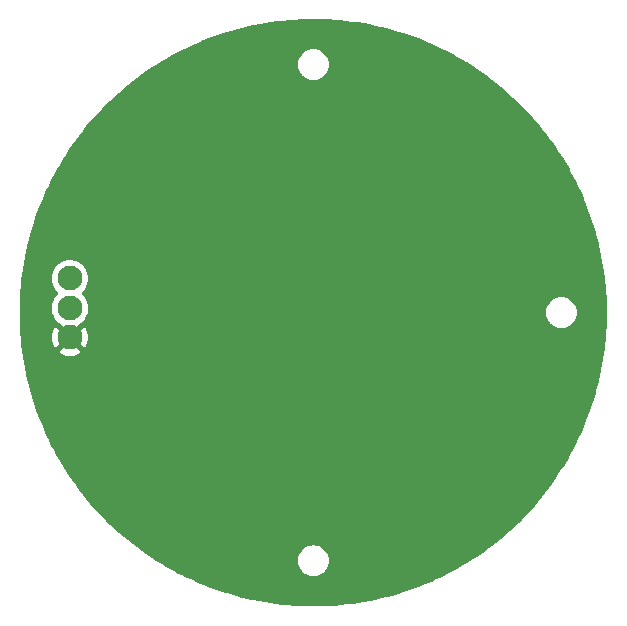
<source format=gbr>
%TF.GenerationSoftware,KiCad,Pcbnew,7.0.5*%
%TF.CreationDate,2023-10-17T21:25:03+03:00*%
%TF.ProjectId,Light,4c696768-742e-46b6-9963-61645f706362,rev?*%
%TF.SameCoordinates,Original*%
%TF.FileFunction,Copper,L2,Bot*%
%TF.FilePolarity,Positive*%
%FSLAX46Y46*%
G04 Gerber Fmt 4.6, Leading zero omitted, Abs format (unit mm)*
G04 Created by KiCad (PCBNEW 7.0.5) date 2023-10-17 21:25:03*
%MOMM*%
%LPD*%
G01*
G04 APERTURE LIST*
%TA.AperFunction,ComponentPad*%
%ADD10C,2.100000*%
%TD*%
%TA.AperFunction,ViaPad*%
%ADD11C,0.800000*%
%TD*%
G04 APERTURE END LIST*
D10*
%TO.P,J1,1*%
%TO.N,GND*%
X79400000Y-102100000D03*
%TO.P,J1,2*%
%TO.N,Net-(D1-DIN)*%
X79400000Y-99600000D03*
%TO.P,J1,3*%
%TO.N,/Vcc*%
X79400000Y-97100000D03*
%TD*%
D11*
%TO.N,GND*%
X107700000Y-87900000D03*
X85600000Y-107100000D03*
X83800000Y-87900000D03*
X104400000Y-101600000D03*
X95800000Y-87900000D03*
X95700000Y-108900000D03*
X92200000Y-101600000D03*
X116300000Y-101600000D03*
X107900000Y-108900000D03*
%TD*%
%TA.AperFunction,Conductor*%
%TO.N,GND*%
G36*
X100388672Y-75135783D02*
G01*
X100822551Y-75148810D01*
X101378144Y-75170915D01*
X101379802Y-75171007D01*
X101811830Y-75201313D01*
X102367129Y-75245571D01*
X102368917Y-75245741D01*
X102798212Y-75293179D01*
X103352467Y-75359618D01*
X103354169Y-75359848D01*
X103780043Y-75424246D01*
X104332393Y-75512856D01*
X104334122Y-75513161D01*
X104755772Y-75594294D01*
X105305423Y-75705047D01*
X105307254Y-75705446D01*
X105723952Y-75803065D01*
X106270048Y-75935895D01*
X106271898Y-75936376D01*
X106682912Y-76050188D01*
X107224733Y-76205034D01*
X107226538Y-76205582D01*
X107631179Y-76335270D01*
X108167857Y-76512010D01*
X108169734Y-76512662D01*
X108567279Y-76657857D01*
X108670767Y-76696562D01*
X109098110Y-76856393D01*
X109099831Y-76857068D01*
X109489690Y-77017412D01*
X110013759Y-77237547D01*
X110015571Y-77238343D01*
X110396780Y-77413273D01*
X110908156Y-77652420D01*
X110913549Y-77654942D01*
X110915341Y-77655815D01*
X111287364Y-77844901D01*
X111795973Y-78107884D01*
X111797778Y-78108855D01*
X112159976Y-78311577D01*
X112659673Y-78595678D01*
X112661398Y-78596697D01*
X112949268Y-78773302D01*
X113013166Y-78812503D01*
X113503174Y-79117491D01*
X113504922Y-79118620D01*
X113845469Y-79346782D01*
X114325274Y-79672579D01*
X114326988Y-79673786D01*
X114655722Y-79913632D01*
X115124540Y-80259978D01*
X115126170Y-80261225D01*
X115442620Y-80512109D01*
X115899763Y-80878797D01*
X115901326Y-80880095D01*
X116204889Y-81141206D01*
X116649693Y-81528041D01*
X116651255Y-81529448D01*
X116941355Y-81799912D01*
X117373125Y-82206665D01*
X117374600Y-82208104D01*
X117650643Y-82486922D01*
X118068896Y-82913575D01*
X118070391Y-82915155D01*
X118207955Y-83065698D01*
X118331880Y-83201316D01*
X118580510Y-83475980D01*
X118735969Y-83647718D01*
X118737410Y-83649368D01*
X118983803Y-83941685D01*
X119373248Y-84407895D01*
X119374573Y-84409540D01*
X119605413Y-84706768D01*
X119979673Y-85192843D01*
X119980983Y-85194609D01*
X120075005Y-85326222D01*
X120195901Y-85495454D01*
X120554300Y-86001330D01*
X120555561Y-86003180D01*
X120754113Y-86306039D01*
X120969168Y-86636715D01*
X121096259Y-86832134D01*
X121097453Y-86834045D01*
X121279050Y-87136807D01*
X121278965Y-87136857D01*
X121279268Y-87137171D01*
X121604661Y-87683900D01*
X121605767Y-87685839D01*
X121691009Y-87841779D01*
X121770450Y-87987108D01*
X122078670Y-88555227D01*
X122079722Y-88557255D01*
X122226774Y-88853887D01*
X122226685Y-88853930D01*
X122226935Y-88854210D01*
X122517591Y-89444834D01*
X122518568Y-89446917D01*
X122647973Y-89736527D01*
X122795978Y-90070142D01*
X122920652Y-90351167D01*
X122921552Y-90353301D01*
X123032747Y-90631543D01*
X123032741Y-90631545D01*
X123032859Y-90631820D01*
X123287273Y-91272909D01*
X123288092Y-91275092D01*
X123381076Y-91537807D01*
X123616829Y-92208496D01*
X123617565Y-92210724D01*
X123691910Y-92450927D01*
X123691945Y-92451164D01*
X123691980Y-92451154D01*
X123908831Y-93156540D01*
X123909482Y-93158812D01*
X123965089Y-93367735D01*
X124162783Y-94115441D01*
X124163340Y-94117722D01*
X124200040Y-94281759D01*
X124200059Y-94281933D01*
X124200078Y-94281929D01*
X124378290Y-95083692D01*
X124378764Y-95086040D01*
X124396434Y-95183097D01*
X124554975Y-96059562D01*
X124555366Y-96061997D01*
X124692220Y-97038891D01*
X124692513Y-97041339D01*
X124790424Y-98022934D01*
X124790618Y-98025377D01*
X124849426Y-99010083D01*
X124849522Y-99012497D01*
X124856367Y-99356698D01*
X124869135Y-99998768D01*
X124869135Y-100001230D01*
X124863073Y-100306089D01*
X124849557Y-100985777D01*
X124849523Y-100987477D01*
X124849425Y-100989918D01*
X124794234Y-101914085D01*
X124790620Y-101974607D01*
X124790424Y-101977065D01*
X124692513Y-102958660D01*
X124692220Y-102961108D01*
X124555366Y-103938002D01*
X124554975Y-103940437D01*
X124396434Y-104816902D01*
X124378764Y-104913959D01*
X124378290Y-104916306D01*
X124200097Y-105717986D01*
X124163340Y-105882276D01*
X124162776Y-105884587D01*
X123965089Y-106632264D01*
X123909482Y-106841186D01*
X123908831Y-106843458D01*
X123691945Y-107548958D01*
X123617565Y-107789273D01*
X123616829Y-107791502D01*
X123381076Y-108462192D01*
X123288092Y-108724906D01*
X123287273Y-108727089D01*
X123032818Y-109368282D01*
X122921552Y-109646697D01*
X122920652Y-109648831D01*
X122736918Y-110062984D01*
X122647887Y-110263667D01*
X122518568Y-110553081D01*
X122517590Y-110555164D01*
X122226871Y-111145916D01*
X122079722Y-111442743D01*
X122078670Y-111444771D01*
X121770450Y-112012890D01*
X121605786Y-112314127D01*
X121604661Y-112316098D01*
X121279201Y-112862939D01*
X121097453Y-113165953D01*
X121096259Y-113167864D01*
X120754183Y-113693852D01*
X120555561Y-113996818D01*
X120554300Y-113998668D01*
X120195901Y-114504544D01*
X119980997Y-114805370D01*
X119979673Y-114807155D01*
X119605472Y-115293155D01*
X119374599Y-115590426D01*
X119373215Y-115592144D01*
X118983803Y-116058313D01*
X118737410Y-116350630D01*
X118735969Y-116352280D01*
X118331858Y-116798707D01*
X118070391Y-117084843D01*
X118068896Y-117086423D01*
X117650643Y-117513076D01*
X117374634Y-117791861D01*
X117373088Y-117793369D01*
X116941355Y-118200086D01*
X116651255Y-118470550D01*
X116649662Y-118471985D01*
X116204879Y-118858801D01*
X115901378Y-119119860D01*
X115899741Y-119121219D01*
X115442640Y-119487874D01*
X115126196Y-119738753D01*
X115124518Y-119740037D01*
X114655743Y-120086351D01*
X114326988Y-120326212D01*
X114325274Y-120327419D01*
X113845469Y-120653216D01*
X113504922Y-120881378D01*
X113503174Y-120882507D01*
X113013166Y-121187495D01*
X112661437Y-121403278D01*
X112659659Y-121404328D01*
X112159976Y-121688421D01*
X111797778Y-121891143D01*
X111795973Y-121892114D01*
X111287391Y-122155083D01*
X110915377Y-122344165D01*
X110913549Y-122345056D01*
X110396842Y-122586696D01*
X110015607Y-122761639D01*
X110013759Y-122762451D01*
X109489595Y-122982626D01*
X109099911Y-123142898D01*
X109098047Y-123143630D01*
X108567279Y-123342141D01*
X108169734Y-123487336D01*
X108167857Y-123487988D01*
X107631115Y-123664749D01*
X107226590Y-123794400D01*
X107224704Y-123794972D01*
X106682848Y-123949828D01*
X106271920Y-124063616D01*
X106270028Y-124064108D01*
X105723911Y-124196943D01*
X105307292Y-124294543D01*
X105305397Y-124294956D01*
X104755808Y-124405697D01*
X104672859Y-124421659D01*
X104334233Y-124486817D01*
X104332338Y-124487151D01*
X103779999Y-124575759D01*
X103354280Y-124640134D01*
X103352390Y-124640390D01*
X102798190Y-124706822D01*
X102368963Y-124754252D01*
X102367079Y-124754431D01*
X101811891Y-124798681D01*
X101379912Y-124828985D01*
X101378038Y-124829088D01*
X100822578Y-124851187D01*
X100408678Y-124863615D01*
X100388672Y-124864216D01*
X100386816Y-124864244D01*
X99831960Y-124864244D01*
X99396813Y-124859890D01*
X99394968Y-124859844D01*
X98841532Y-124837824D01*
X98405904Y-124816013D01*
X98404078Y-124815895D01*
X97852890Y-124771963D01*
X97417581Y-124732659D01*
X97415777Y-124732470D01*
X96867505Y-124666749D01*
X96433363Y-124609961D01*
X96431583Y-124609702D01*
X95887090Y-124522352D01*
X95454810Y-124448110D01*
X95453057Y-124447783D01*
X94913234Y-124339011D01*
X94695785Y-124292639D01*
X94483502Y-124247369D01*
X94481779Y-124246976D01*
X93947327Y-124116977D01*
X93674581Y-124047297D01*
X93520973Y-124008054D01*
X93519312Y-124007604D01*
X92991057Y-123856634D01*
X92673969Y-123761961D01*
X92568738Y-123730541D01*
X92567102Y-123730028D01*
X92045958Y-123558402D01*
X91628359Y-123415287D01*
X91626740Y-123414707D01*
X91113355Y-123222696D01*
X90701284Y-123062780D01*
X90699704Y-123062142D01*
X90194965Y-122850126D01*
X89788970Y-122673568D01*
X89787457Y-122672886D01*
X89603154Y-122586696D01*
X89292058Y-122441210D01*
X88892983Y-122248323D01*
X88891487Y-122247575D01*
X88412762Y-122000045D01*
X88406110Y-121996605D01*
X88396071Y-121991247D01*
X88014607Y-121787657D01*
X88013181Y-121786871D01*
X87538538Y-121517013D01*
X87155378Y-121292375D01*
X87153974Y-121291527D01*
X86690815Y-121003250D01*
X86685749Y-121000001D01*
X98694532Y-121000001D01*
X98714364Y-121226686D01*
X98714366Y-121226697D01*
X98773258Y-121446488D01*
X98773261Y-121446497D01*
X98869431Y-121652732D01*
X98869432Y-121652734D01*
X98999954Y-121839141D01*
X99160858Y-122000045D01*
X99160861Y-122000047D01*
X99347266Y-122130568D01*
X99553504Y-122226739D01*
X99773308Y-122285635D01*
X99943214Y-122300499D01*
X99943215Y-122300500D01*
X100056784Y-122300500D01*
X100056785Y-122300500D01*
X100056785Y-122300499D01*
X100226692Y-122285635D01*
X100446496Y-122226739D01*
X100652734Y-122130568D01*
X100839139Y-122000047D01*
X101000047Y-121839139D01*
X101130568Y-121652734D01*
X101226739Y-121446496D01*
X101285635Y-121226692D01*
X101305468Y-121000000D01*
X101285635Y-120773308D01*
X101226739Y-120553504D01*
X101130568Y-120347266D01*
X101028144Y-120200988D01*
X101000045Y-120160858D01*
X100839141Y-119999954D01*
X100652734Y-119869432D01*
X100652732Y-119869431D01*
X100446497Y-119773261D01*
X100446488Y-119773258D01*
X100226697Y-119714366D01*
X100226687Y-119714364D01*
X100056785Y-119699500D01*
X100056784Y-119699500D01*
X99943216Y-119699500D01*
X99943215Y-119699500D01*
X99773312Y-119714364D01*
X99773302Y-119714366D01*
X99553511Y-119773258D01*
X99553502Y-119773261D01*
X99347267Y-119869431D01*
X99347265Y-119869432D01*
X99160858Y-119999954D01*
X98999954Y-120160858D01*
X98869432Y-120347265D01*
X98869431Y-120347267D01*
X98773261Y-120553502D01*
X98773258Y-120553511D01*
X98714366Y-120773302D01*
X98714364Y-120773313D01*
X98694532Y-120999998D01*
X98694532Y-121000001D01*
X86685749Y-121000001D01*
X86316552Y-120763207D01*
X86315196Y-120762311D01*
X85864165Y-120456053D01*
X85499464Y-120200988D01*
X85498157Y-120200049D01*
X85060112Y-119876436D01*
X84705461Y-119606645D01*
X84704205Y-119605664D01*
X84279622Y-119265093D01*
X83935819Y-118981137D01*
X83934615Y-118980117D01*
X83524173Y-118623164D01*
X83191727Y-118325432D01*
X83190576Y-118324375D01*
X82794875Y-117951601D01*
X82474292Y-117640498D01*
X82473319Y-117639530D01*
X82092932Y-117251503D01*
X81934407Y-117084843D01*
X81784894Y-116927656D01*
X81783852Y-116926534D01*
X81419426Y-116523949D01*
X81124414Y-116187834D01*
X81123428Y-116186683D01*
X81016195Y-116058313D01*
X80775445Y-115770108D01*
X80493960Y-115422265D01*
X80493031Y-115421088D01*
X80162043Y-114991213D01*
X79894512Y-114632133D01*
X79893640Y-114630933D01*
X79580165Y-114188467D01*
X79327032Y-113818703D01*
X79326299Y-113817605D01*
X79030743Y-113363149D01*
X78792463Y-112983325D01*
X78791777Y-112982202D01*
X78514660Y-112516584D01*
X78291699Y-112127414D01*
X78291006Y-112126171D01*
X78229548Y-112012890D01*
X78032694Y-111650043D01*
X77825398Y-111252101D01*
X77824799Y-111250917D01*
X77585694Y-110765047D01*
X77394349Y-110358841D01*
X77393865Y-110357781D01*
X77174282Y-109862824D01*
X76999350Y-109449302D01*
X76998831Y-109448035D01*
X76799201Y-108944997D01*
X76640886Y-108524627D01*
X76640428Y-108523369D01*
X76461011Y-108012952D01*
X76319582Y-107586410D01*
X76319182Y-107585154D01*
X76305118Y-107539407D01*
X76160206Y-107068029D01*
X76035920Y-106636040D01*
X76035643Y-106635036D01*
X75897342Y-106111964D01*
X75790429Y-105675309D01*
X75790159Y-105674154D01*
X75672794Y-105146136D01*
X75583417Y-104705451D01*
X75583200Y-104704322D01*
X75486925Y-104172082D01*
X75415246Y-103728146D01*
X75415076Y-103727019D01*
X75340045Y-103191425D01*
X75286171Y-102744856D01*
X75286045Y-102743708D01*
X75276698Y-102650000D01*
X75232381Y-102205709D01*
X75196409Y-101757244D01*
X75196337Y-101756206D01*
X75164097Y-101216369D01*
X75146100Y-100766875D01*
X75146069Y-100765843D01*
X75135319Y-100225228D01*
X75135319Y-99774771D01*
X75138795Y-99600000D01*
X77844706Y-99600000D01*
X77863853Y-99843297D01*
X77863853Y-99843300D01*
X77863854Y-99843302D01*
X77901474Y-100000000D01*
X77920830Y-100080619D01*
X78014222Y-100306089D01*
X78141737Y-100514173D01*
X78141738Y-100514176D01*
X78141741Y-100514179D01*
X78300241Y-100699759D01*
X78377458Y-100765708D01*
X78485818Y-100858257D01*
X78485823Y-100858260D01*
X78540435Y-100891727D01*
X78563326Y-100909773D01*
X79228431Y-101574878D01*
X79111542Y-101625651D01*
X78994261Y-101721066D01*
X78907072Y-101844585D01*
X78876645Y-101930196D01*
X78138504Y-101192056D01*
X78014668Y-101394141D01*
X78014665Y-101394146D01*
X77921303Y-101619542D01*
X77864348Y-101856780D01*
X77845207Y-102100000D01*
X77864348Y-102343219D01*
X77921303Y-102580457D01*
X78014668Y-102805861D01*
X78138504Y-103007942D01*
X78874070Y-102272375D01*
X78876884Y-102285915D01*
X78946442Y-102420156D01*
X79049638Y-102530652D01*
X79178819Y-102609209D01*
X79230002Y-102623549D01*
X78492056Y-103361494D01*
X78694138Y-103485331D01*
X78919542Y-103578696D01*
X79156780Y-103635651D01*
X79156779Y-103635651D01*
X79400000Y-103654792D01*
X79643219Y-103635651D01*
X79880457Y-103578696D01*
X80105861Y-103485331D01*
X80307942Y-103361494D01*
X79571568Y-102625121D01*
X79688458Y-102574349D01*
X79805739Y-102478934D01*
X79892928Y-102355415D01*
X79923354Y-102269802D01*
X80661494Y-103007942D01*
X80785331Y-102805861D01*
X80878696Y-102580457D01*
X80935651Y-102343219D01*
X80954792Y-102100000D01*
X80935651Y-101856780D01*
X80878696Y-101619542D01*
X80785331Y-101394138D01*
X80661494Y-101192056D01*
X79925929Y-101927622D01*
X79923116Y-101914085D01*
X79853558Y-101779844D01*
X79750362Y-101669348D01*
X79621181Y-101590791D01*
X79569997Y-101576450D01*
X80236673Y-100909772D01*
X80259560Y-100891729D01*
X80314179Y-100858259D01*
X80499759Y-100699759D01*
X80658259Y-100514179D01*
X80785777Y-100306089D01*
X80879172Y-100080612D01*
X80898525Y-100000001D01*
X119694532Y-100000001D01*
X119714364Y-100226686D01*
X119714366Y-100226697D01*
X119773258Y-100446488D01*
X119773261Y-100446497D01*
X119869431Y-100652732D01*
X119869432Y-100652734D01*
X119999954Y-100839141D01*
X120160858Y-101000045D01*
X120160861Y-101000047D01*
X120347266Y-101130568D01*
X120553504Y-101226739D01*
X120773308Y-101285635D01*
X120943214Y-101300499D01*
X120943215Y-101300500D01*
X121056784Y-101300500D01*
X121056785Y-101300500D01*
X121056785Y-101300499D01*
X121226692Y-101285635D01*
X121446496Y-101226739D01*
X121652734Y-101130568D01*
X121839139Y-101000047D01*
X122000047Y-100839139D01*
X122130568Y-100652734D01*
X122226739Y-100446496D01*
X122285635Y-100226692D01*
X122305468Y-100000000D01*
X122285635Y-99773308D01*
X122226739Y-99553504D01*
X122130568Y-99347266D01*
X122000047Y-99160861D01*
X122000045Y-99160858D01*
X121839141Y-98999954D01*
X121652734Y-98869432D01*
X121652732Y-98869431D01*
X121446497Y-98773261D01*
X121446488Y-98773258D01*
X121226697Y-98714366D01*
X121226687Y-98714364D01*
X121056785Y-98699500D01*
X121056784Y-98699500D01*
X120943216Y-98699500D01*
X120943215Y-98699500D01*
X120773312Y-98714364D01*
X120773302Y-98714366D01*
X120553511Y-98773258D01*
X120553502Y-98773261D01*
X120347267Y-98869431D01*
X120347265Y-98869432D01*
X120160858Y-98999954D01*
X119999954Y-99160858D01*
X119869432Y-99347265D01*
X119869431Y-99347267D01*
X119773261Y-99553502D01*
X119773258Y-99553511D01*
X119714366Y-99773302D01*
X119714364Y-99773313D01*
X119694532Y-99999998D01*
X119694532Y-100000001D01*
X80898525Y-100000001D01*
X80936146Y-99843302D01*
X80955294Y-99600000D01*
X80936146Y-99356698D01*
X80879172Y-99119388D01*
X80834907Y-99012522D01*
X80785777Y-98893910D01*
X80658262Y-98685826D01*
X80658261Y-98685823D01*
X80622453Y-98643897D01*
X80499759Y-98500241D01*
X80434248Y-98444289D01*
X80396055Y-98385782D01*
X80395557Y-98315914D01*
X80432911Y-98256868D01*
X80434136Y-98255805D01*
X80499759Y-98199759D01*
X80658259Y-98014179D01*
X80785777Y-97806089D01*
X80879172Y-97580612D01*
X80936146Y-97343302D01*
X80955294Y-97100000D01*
X80936146Y-96856698D01*
X80879172Y-96619388D01*
X80785777Y-96393911D01*
X80785777Y-96393910D01*
X80658262Y-96185826D01*
X80658261Y-96185823D01*
X80622453Y-96143897D01*
X80499759Y-96000241D01*
X80377063Y-95895449D01*
X80314176Y-95841738D01*
X80314173Y-95841737D01*
X80106089Y-95714222D01*
X79880618Y-95620830D01*
X79880621Y-95620830D01*
X79774992Y-95595470D01*
X79643302Y-95563854D01*
X79643300Y-95563853D01*
X79643297Y-95563853D01*
X79400000Y-95544706D01*
X79156702Y-95563853D01*
X78919380Y-95620830D01*
X78693910Y-95714222D01*
X78485826Y-95841737D01*
X78485823Y-95841738D01*
X78300241Y-96000241D01*
X78141738Y-96185823D01*
X78141737Y-96185826D01*
X78014222Y-96393910D01*
X77920830Y-96619380D01*
X77863853Y-96856702D01*
X77844706Y-97100000D01*
X77863853Y-97343297D01*
X77920830Y-97580619D01*
X78014222Y-97806089D01*
X78141737Y-98014173D01*
X78141738Y-98014176D01*
X78195449Y-98077063D01*
X78300241Y-98199759D01*
X78350599Y-98242769D01*
X78365751Y-98255710D01*
X78403944Y-98314217D01*
X78404442Y-98384085D01*
X78367088Y-98443131D01*
X78365751Y-98444290D01*
X78300241Y-98500241D01*
X78141738Y-98685823D01*
X78141737Y-98685826D01*
X78014222Y-98893910D01*
X77920830Y-99119380D01*
X77863853Y-99356702D01*
X77844706Y-99600000D01*
X75138795Y-99600000D01*
X75146070Y-99234152D01*
X75146100Y-99233129D01*
X75164100Y-98783593D01*
X75196338Y-98243779D01*
X75196408Y-98242769D01*
X75232382Y-97794284D01*
X75286051Y-97256229D01*
X75286168Y-97255163D01*
X75340046Y-96808564D01*
X75415080Y-96272953D01*
X75415242Y-96271881D01*
X75486923Y-95827929D01*
X75583207Y-95295640D01*
X75583410Y-95294582D01*
X75672787Y-94853898D01*
X75790169Y-94325802D01*
X75790419Y-94324732D01*
X75897331Y-93888079D01*
X76035655Y-93364918D01*
X76035907Y-93364006D01*
X76160203Y-92931981D01*
X76319195Y-92414800D01*
X76319565Y-92413641D01*
X76460993Y-91987099D01*
X76640460Y-91476540D01*
X76640864Y-91475430D01*
X76799192Y-91055024D01*
X76998868Y-90551871D01*
X76999324Y-90550759D01*
X77174290Y-90137156D01*
X77393896Y-89642148D01*
X77394320Y-89641221D01*
X77585672Y-89234996D01*
X77824833Y-88749013D01*
X77825362Y-88747967D01*
X78032705Y-88349936D01*
X78291048Y-87873750D01*
X78291657Y-87872658D01*
X78514634Y-87483457D01*
X78791829Y-87017711D01*
X78792417Y-87016747D01*
X79030750Y-86636839D01*
X79326351Y-86182314D01*
X79326979Y-86181374D01*
X79580163Y-85811536D01*
X79893713Y-85368963D01*
X79894466Y-85367927D01*
X80162004Y-85008838D01*
X80493090Y-84578834D01*
X80493899Y-84577809D01*
X80775410Y-84229934D01*
X81123497Y-83813234D01*
X81124371Y-83812213D01*
X81419411Y-83476067D01*
X81783932Y-83073377D01*
X81784855Y-83072383D01*
X82092909Y-82748519D01*
X82473402Y-82360384D01*
X82474212Y-82359579D01*
X82794874Y-82048399D01*
X83190647Y-81675557D01*
X83191646Y-81674639D01*
X83524153Y-81376850D01*
X83934711Y-81019798D01*
X83935748Y-81018920D01*
X84279579Y-80734940D01*
X84704299Y-80394260D01*
X84705408Y-80393393D01*
X85060036Y-80123619D01*
X85498273Y-79799865D01*
X85499367Y-79799079D01*
X85864156Y-79543951D01*
X86315216Y-79237673D01*
X86316447Y-79236859D01*
X86685742Y-79000001D01*
X98694532Y-79000001D01*
X98714364Y-79226686D01*
X98714366Y-79226697D01*
X98773258Y-79446488D01*
X98773261Y-79446497D01*
X98869431Y-79652732D01*
X98869432Y-79652734D01*
X98999954Y-79839141D01*
X99160858Y-80000045D01*
X99160861Y-80000047D01*
X99347266Y-80130568D01*
X99553504Y-80226739D01*
X99773308Y-80285635D01*
X99943214Y-80300499D01*
X99943215Y-80300500D01*
X100056784Y-80300500D01*
X100056785Y-80300500D01*
X100056785Y-80300499D01*
X100226692Y-80285635D01*
X100446496Y-80226739D01*
X100652734Y-80130568D01*
X100839139Y-80000047D01*
X101000047Y-79839139D01*
X101130568Y-79652734D01*
X101226739Y-79446496D01*
X101285635Y-79226692D01*
X101305468Y-79000000D01*
X101285635Y-78773308D01*
X101226739Y-78553504D01*
X101130568Y-78347266D01*
X101000047Y-78160861D01*
X101000045Y-78160858D01*
X100839141Y-77999954D01*
X100652734Y-77869432D01*
X100652732Y-77869431D01*
X100446497Y-77773261D01*
X100446488Y-77773258D01*
X100226697Y-77714366D01*
X100226687Y-77714364D01*
X100056785Y-77699500D01*
X100056784Y-77699500D01*
X99943216Y-77699500D01*
X99943215Y-77699500D01*
X99773312Y-77714364D01*
X99773302Y-77714366D01*
X99553511Y-77773258D01*
X99553502Y-77773261D01*
X99347267Y-77869431D01*
X99347265Y-77869432D01*
X99160858Y-77999954D01*
X98999954Y-78160858D01*
X98869432Y-78347265D01*
X98869431Y-78347267D01*
X98773261Y-78553502D01*
X98773258Y-78553511D01*
X98714366Y-78773302D01*
X98714364Y-78773313D01*
X98694532Y-78999998D01*
X98694532Y-79000001D01*
X86685742Y-79000001D01*
X86690750Y-78996789D01*
X87154076Y-78708409D01*
X87155282Y-78707680D01*
X87538520Y-78482995D01*
X88013299Y-78213061D01*
X88014493Y-78212403D01*
X88406081Y-78003409D01*
X88891573Y-77752379D01*
X88892890Y-77751721D01*
X89292016Y-77558808D01*
X89787581Y-77327056D01*
X89788860Y-77326479D01*
X90194930Y-77149887D01*
X90699797Y-76937818D01*
X90701173Y-76937262D01*
X91113351Y-76777304D01*
X91626785Y-76585274D01*
X91628312Y-76584727D01*
X91931105Y-76480956D01*
X92045958Y-76441596D01*
X92098653Y-76424241D01*
X92567210Y-76269936D01*
X92568608Y-76269496D01*
X92991032Y-76143371D01*
X93519378Y-75992375D01*
X93520844Y-75991978D01*
X93947347Y-75883016D01*
X94481905Y-75752993D01*
X94483384Y-75752655D01*
X94913178Y-75660999D01*
X95453131Y-75552201D01*
X95454758Y-75551897D01*
X95887058Y-75477651D01*
X96431650Y-75390286D01*
X96433307Y-75390045D01*
X96867413Y-75333261D01*
X97415821Y-75267523D01*
X97417577Y-75267339D01*
X97852794Y-75228043D01*
X98404196Y-75184095D01*
X98405825Y-75183990D01*
X98841456Y-75162178D01*
X99395082Y-75140151D01*
X99396708Y-75140110D01*
X99782169Y-75136253D01*
X99831959Y-75135756D01*
X100386816Y-75135756D01*
X100388672Y-75135783D01*
G37*
%TD.AperFunction*%
%TD*%
M02*

</source>
